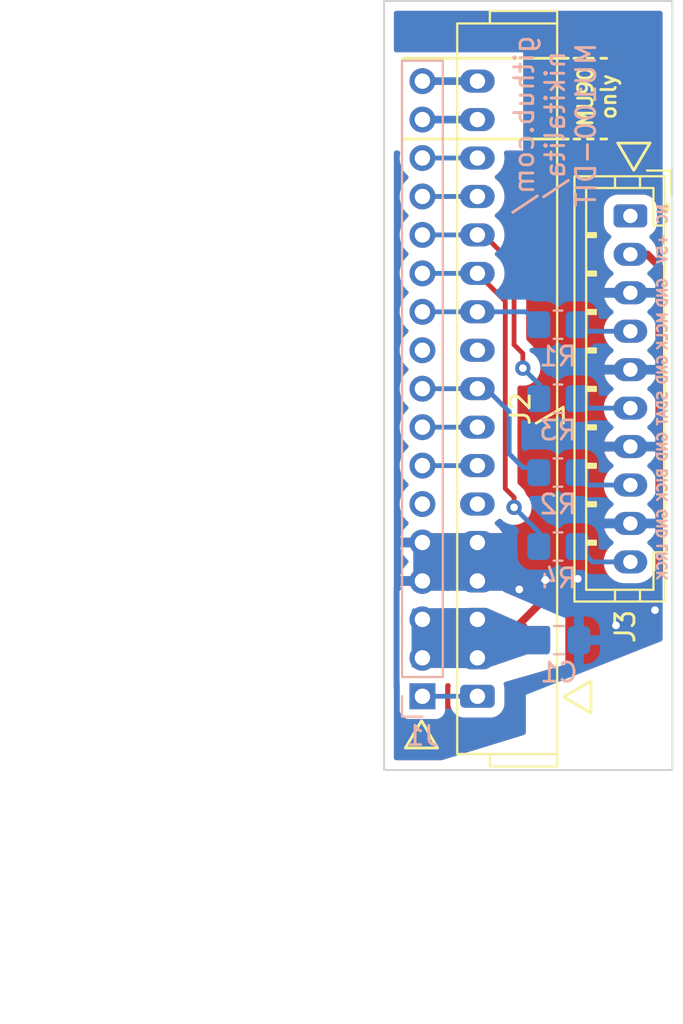
<source format=kicad_pcb>
(kicad_pcb (version 20211014) (generator pcbnew)
  (layers (0 "F.Cu" signal) (31 "B.Cu" signal) (34 "B.Paste" user) (35 "F.Paste" user) (36 "B.SilkS" user "B.Silkscreen") (37 "F.SilkS" user "F.Silkscreen") (38 "B.Mask" user) (39 "F.Mask" user) (44 "Edge.Cuts" user))
  (net 0 "")
  (net 1 "+5V")
  (net 2 "GND")
  (net 3 "/RER")
  (net 5 "/MEL00")
  (net 6 "/SYOD")
  (net 7 "/QCLK")
  (net 9 "/CK256")
  (net 10 "/WCLK")
  (net 11 "/DACOL")
  (net 12 "/REA")
  (net 13 "/REB")
  (net 14 "GNDA")
  (net 15 "+9VA")
  (net 18 "/MCLK")
  (net 19 "/SDAT")
  (net 20 "/BICK")
  (net 21 "/LRCK")
  (footprint "Connector_JST:JST_PH_B10B-PH-K_1x10_P2.00mm_Vertical" (layer "F.Cu") (at 89.956 52.48 -90)
    (fp_text reference "J3" (at 21.358 0.27 90) (layer "F.SilkS"))
    (fp_text value "Conn_01x10_Female")
    (fp_line (start 2.9 1.8) (end 3.1 1.8) (layer "F.SilkS") (width 0.12))
    (fp_line (start 7 2.3) (end 7 1.8) (layer "F.SilkS") (width 0.12))
    (fp_line (start -1.45 2.3) (end 19.45 2.3) (layer "F.SilkS") (width 0.12))
    (fp_line (start 12.9 1.8) (end 13.1 1.8) (layer "F.SilkS") (width 0.12))
    (fp_line (start 0.9 1.8) (end 1.1 1.8) (layer "F.SilkS") (width 0.12))
    (fp_line (start 4.9 1.8) (end 5.1 1.8) (layer "F.SilkS") (width 0.12))
    (fp_line (start 15.1 1.8) (end 15.1 2.3) (layer "F.SilkS") (width 0.12))
    (fp_line (start -2.36 -2.11) (end -2.36 -0.86) (layer "F.SilkS") (width 0.12))
    (fp_line (start 16.9 1.8) (end 17.1 1.8) (layer "F.SilkS") (width 0.12))
    (fp_line (start 13 2.3) (end 13 1.8) (layer "F.SilkS") (width 0.12))
    (fp_line (start 0.5 -1.81) (end 0.5 -1.2) (layer "F.SilkS") (width 0.12))
    (fp_line (start -2.06 2.91) (end 20.06 2.91) (layer "F.SilkS") (width 0.12))
    (fp_line (start 19.45 -1.2) (end 17.5 -1.2) (layer "F.SilkS") (width 0.12))
    (fp_line (start 1 2.3) (end 1 1.8) (layer "F.SilkS") (width 0.12))
    (fp_line (start -1.11 -2.11) (end -2.36 -2.11) (layer "F.SilkS") (width 0.12))
    (fp_line (start -0.3 -1.81) (end -0.3 -2.01) (layer "F.SilkS") (width 0.12))
    (fp_line (start 4.9 2.3) (end 4.9 1.8) (layer "F.SilkS") (width 0.12))
    (fp_line (start 14.9 1.8) (end 15.1 1.8) (layer "F.SilkS") (width 0.12))
    (fp_line (start 3.1 1.8) (end 3.1 2.3) (layer "F.SilkS") (width 0.12))
    (fp_line (start 0.9 2.3) (end 0.9 1.8) (layer "F.SilkS") (width 0.12))
    (fp_line (start 17.5 -1.2) (end 17.5 -1.81) (layer "F.SilkS") (width 0.12))
    (fp_line (start 11.1 1.8) (end 11.1 2.3) (layer "F.SilkS") (width 0.12))
    (fp_line (start 8.9 2.3) (end 8.9 1.8) (layer "F.SilkS") (width 0.12))
    (fp_line (start -2.06 -1.81) (end -2.06 2.91) (layer "F.SilkS") (width 0.12))
    (fp_line (start 7.1 1.8) (end 7.1 2.3) (layer "F.SilkS") (width 0.12))
    (fp_line (start 12.9 2.3) (end 12.9 1.8) (layer "F.SilkS") (width 0.12))
    (fp_line (start 11 2.3) (end 11 1.8) (layer "F.SilkS") (width 0.12))
    (fp_line (start 0.5 -1.2) (end -1.45 -1.2) (layer "F.SilkS") (width 0.12))
    (fp_line (start 20.06 -0.5) (end 19.45 -0.5) (layer "F.SilkS") (width 0.12))
    (fp_line (start -0.3 -2.01) (end -0.6 -2.01) (layer "F.SilkS") (width 0.12))
    (fp_line (start 17.1 1.8) (end 17.1 2.3) (layer "F.SilkS") (width 0.12))
    (fp_line (start 6.9 1.8) (end 7.1 1.8) (layer "F.SilkS") (width 0.12))
    (fp_line (start 20.06 0.8) (end 19.45 0.8) (layer "F.SilkS") (width 0.12))
    (fp_line (start 10.9 2.3) (end 10.9 1.8) (layer "F.SilkS") (width 0.12))
    (fp_line (start 3 2.3) (end 3 1.8) (layer "F.SilkS") (width 0.12))
    (fp_line (start 1.1 1.8) (end 1.1 2.3) (layer "F.SilkS") (width 0.12))
    (fp_line (start -0.3 -1.91) (end -0.6 -1.91) (layer "F.SilkS") (width 0.12))
    (fp_line (start 19.45 2.3) (end 19.45 -1.2) (layer "F.SilkS") (width 0.12))
    (fp_line (start -2.06 -0.5) (end -1.45 -0.5) (layer "F.SilkS") (width 0.12))
    (fp_line (start 13.1 1.8) (end 13.1 2.3) (layer "F.SilkS") (width 0.12))
    (fp_line (start 6.9 2.3) (end 6.9 1.8) (layer "F.SilkS") (width 0.12))
    (fp_line (start 20.06 -1.81) (end -2.06 -1.81) (layer "F.SilkS") (width 0.12))
    (fp_line (start -1.45 -1.2) (end -1.45 2.3) (layer "F.SilkS") (width 0.12))
    (fp_line (start 15 2.3) (end 15 1.8) (layer "F.SilkS") (width 0.12))
    (fp_line (start -0.6 -2.01) (end -0.6 -1.81) (layer "F.SilkS") (width 0.12))
    (fp_line (start 17 2.3) (end 17 1.8) (layer "F.SilkS") (width 0.12))
    (fp_line (start 10.9 1.8) (end 11.1 1.8) (layer "F.SilkS") (width 0.12))
    (fp_line (start 5 2.3) (end 5 1.8) (layer "F.SilkS") (width 0.12))
    (fp_line (start 2.9 2.3) (end 2.9 1.8) (layer "F.SilkS") (width 0.12))
    (fp_line (start 8.9 1.8) (end 9.1 1.8) (layer "F.SilkS") (width 0.12))
    (fp_line (start 9 2.3) (end 9 1.8) (layer "F.SilkS") (width 0.12))
    (fp_line (start -2.06 0.8) (end -1.45 0.8) (layer "F.SilkS") (width 0.12))
    (fp_line (start 14.9 2.3) (end 14.9 1.8) (layer "F.SilkS") (width 0.12))
    (fp_line (start 16.9 2.3) (end 16.9 1.8) (layer "F.SilkS") (width 0.12))
    (fp_line (start 20.06 2.91) (end 20.06 -1.81) (layer "F.SilkS") (width 0.12))
    (fp_line (start 9.1 1.8) (end 9.1 2.3) (layer "F.SilkS") (width 0.12))
    (fp_line (start 5.1 1.8) (end 5.1 2.3) (layer "F.SilkS") (width 0.12))
    (pad "1" thru_hole roundrect (at 0 0 270) (size 1.2 1.75) (drill 0.75) (layers *.Cu *.Mask) (roundrect_rratio 0.2083333333))
    (pad "2" thru_hole oval (at 2 0 270) (size 1.2 1.75) (drill 0.75) (layers *.Cu *.Mask) (net 1 "+5V"))
    (pad "3" thru_hole oval (at 4 0 270) (size 1.2 1.75) (drill 0.75) (layers *.Cu *.Mask) (net 2 "GND"))
    (pad "4" thru_hole oval (at 6 0 270) (size 1.2 1.75) (drill 0.75) (layers *.Cu *.Mask) (net 18 "/MCLK"))
    (pad "5" thru_hole oval (at 8 0 270) (size 1.2 1.75) (drill 0.75) (layers *.Cu *.Mask) (net 2 "GND"))
    (pad "6" thru_hole oval (at 10 0 270) (size 1.2 1.75) (drill 0.75) (layers *.Cu *.Mask) (net 19 "/SDAT"))
    (pad "7" thru_hole oval (at 12 0 270) (size 1.2 1.75) (drill 0.75) (layers *.Cu *.Mask) (net 2 "GND"))
    (pad "8" thru_hole oval (at 14 0 270) (size 1.2 1.75) (drill 0.75) (layers *.Cu *.Mask) (net 20 "/BICK"))
    (pad "9" thru_hole oval (at 16 0 270) (size 1.2 1.75) (drill 0.75) (layers *.Cu *.Mask) (net 2 "GND"))
    (pad "10" thru_hole oval (at 18 0 270) (size 1.2 1.75) (drill 0.75) (layers *.Cu *.Mask) (net 21 "/LRCK"))
  )
  (footprint "footprints:Molex_Wire-Trap_52147-1710_1x17_P2.00mm_Vertical" (layer "F.Cu") (at 81.996 77.47 90)
    (fp_text reference "J2" (at 14.96 2.24 90) (layer "F.SilkS"))
    (fp_text value "Conn_01x17")
    (fp_line (start 35.65 0.65) (end 35 0.65) (layer "F.SilkS") (width 0.12))
    (fp_line (start 35.65 4.15) (end 35 4.15) (layer "F.SilkS") (width 0.12))
    (fp_line (start -3.65 4.15) (end -3.65 0.65) (layer "F.SilkS") (width 0.12))
    (fp_line (start 35.65 4.15) (end 35.65 0.65) (layer "F.SilkS") (width 0.12))
    (fp_line (start -3 4.15) (end -3.65 4.15) (layer "F.SilkS") (width 0.12))
    (fp_line (start -3.65 0.65) (end -3 0.65) (layer "F.SilkS") (width 0.12))
    (fp_rect (start -3 4.15) (end 35 -1.05) (layer "F.SilkS") (width 0.12) (fill none))
    (pad "1" thru_hole roundrect (at 0 0 90) (size 1.2 1.8) (drill 0.8) (layers *.Cu *.Mask) (roundrect_rratio 0.2083333333) (net 3 "/RER"))
    (pad "2" thru_hole oval (at 2 0 90) (size 1.2 1.8) (drill 0.8) (layers *.Cu *.Mask) (net 1 "+5V"))
    (pad "3" thru_hole oval (at 4 0 90) (size 1.2 1.8) (drill 0.8) (layers *.Cu *.Mask) (net 1 "+5V"))
    (pad "4" thru_hole oval (at 6 0 90) (size 1.2 1.8) (drill 0.8) (layers *.Cu *.Mask) (net 2 "GND"))
    (pad "5" thru_hole oval (at 8 0 90) (size 1.2 1.8) (drill 0.8) (layers *.Cu *.Mask) (net 2 "GND"))
    (pad "6" thru_hole oval (at 10 0 90) (size 1.2 1.8) (drill 0.8) (layers *.Cu *.Mask))
    (pad "7" thru_hole oval (at 12 0 90) (size 1.2 1.8) (drill 0.8) (layers *.Cu *.Mask) (net 5 "/MEL00"))
    (pad "8" thru_hole oval (at 14 0 90) (size 1.2 1.8) (drill 0.8) (layers *.Cu *.Mask) (net 6 "/SYOD"))
    (pad "9" thru_hole oval (at 16 0 90) (size 1.2 1.8) (drill 0.8) (layers *.Cu *.Mask) (net 7 "/QCLK"))
    (pad "10" thru_hole oval (at 18 0 90) (size 1.2 1.8) (drill 0.8) (layers *.Cu *.Mask))
    (pad "11" thru_hole oval (at 20 0 90) (size 1.2 1.8) (drill 0.8) (layers *.Cu *.Mask) (net 9 "/CK256"))
    (pad "12" thru_hole oval (at 22 0 90) (size 1.2 1.8) (drill 0.8) (layers *.Cu *.Mask) (net 10 "/WCLK"))
    (pad "13" thru_hole oval (at 24 0 90) (size 1.2 1.8) (drill 0.8) (layers *.Cu *.Mask) (net 11 "/DACOL"))
    (pad "14" thru_hole oval (at 26 0 90) (size 1.2 1.8) (drill 0.8) (layers *.Cu *.Mask) (net 12 "/REA"))
    (pad "15" thru_hole oval (at 28 0 90) (size 1.2 1.8) (drill 0.8) (layers *.Cu *.Mask) (net 13 "/REB"))
    (pad "16" thru_hole oval (at 30 0 90) (size 1.2 1.8) (drill 0.8) (layers *.Cu *.Mask) (net 14 "GNDA"))
    (pad "17" thru_hole oval (at 32 0 90) (size 1.2 1.8) (drill 0.8) (layers *.Cu *.Mask) (net 15 "+9VA"))
  )
  (footprint "Resistor_SMD:R_0805_2012Metric_Pad1.20x1.40mm_HandSolder" (layer "B.Cu") (at 86.19 58.14)
    (fp_text reference "R1" (at 0 1.65) (layer "B.SilkS") (effects (justify mirror)))
    (fp_text value "47")
    (fp_line (start -0.227064 -0.735) (end 0.227064 -0.735) (layer "B.SilkS") (width 0.12))
    (fp_line (start -0.227064 0.735) (end 0.227064 0.735) (layer "B.SilkS") (width 0.12))
    (pad "1" smd roundrect (at -1 0) (size 1.2 1.4) (layers "B.Cu" "B.Paste" "B.Mask") (roundrect_rratio 0.2083333333) (net 9 "/CK256"))
    (pad "2" smd roundrect (at 1 0) (size 1.2 1.4) (layers "B.Cu" "B.Paste" "B.Mask") (roundrect_rratio 0.2083333333) (net 18 "/MCLK"))
  )
  (footprint "Connector_PinHeader_2.00mm:PinHeader_1x17_P2.00mm_Vertical" (layer "B.Cu") (at 79.136 77.47)
    (fp_text reference "J1" (at 0 2.06) (layer "B.SilkS") (effects (justify mirror)))
    (fp_text value "Conn_01x17_Male")
    (fp_line (start 1.06 -1) (end 1.06 -33.06) (layer "B.SilkS") (width 0.12))
    (fp_line (start -1.06 0) (end -1.06 1.06) (layer "B.SilkS") (width 0.12))
    (fp_line (start -1.06 -1) (end -1.06 -33.06) (layer "B.SilkS") (width 0.12))
    (fp_line (start -1.06 -33.06) (end 1.06 -33.06) (layer "B.SilkS") (width 0.12))
    (fp_line (start -1.06 1.06) (end 0 1.06) (layer "B.SilkS") (width 0.12))
    (fp_line (start -1.06 -1) (end 1.06 -1) (layer "B.SilkS") (width 0.12))
    (pad "1" thru_hole rect (at 0 0) (size 1.35 1.35) (drill 0.8) (layers *.Cu *.Mask) (net 3 "/RER"))
    (pad "2" thru_hole oval (at 0 -2) (size 1.35 1.35) (drill 0.8) (layers *.Cu *.Mask) (net 1 "+5V"))
    (pad "3" thru_hole oval (at 0 -4) (size 1.35 1.35) (drill 0.8) (layers *.Cu *.Mask) (net 1 "+5V"))
    (pad "4" thru_hole oval (at 0 -6) (size 1.35 1.35) (drill 0.8) (layers *.Cu *.Mask) (net 2 "GND"))
    (pad "5" thru_hole oval (at 0 -8) (size 1.35 1.35) (drill 0.8) (layers *.Cu *.Mask) (net 2 "GND"))
    (pad "6" thru_hole oval (at 0 -10) (size 1.35 1.35) (drill 0.8) (layers *.Cu *.Mask))
    (pad "7" thru_hole oval (at 0 -12) (size 1.35 1.35) (drill 0.8) (layers *.Cu *.Mask) (net 5 "/MEL00"))
    (pad "8" thru_hole oval (at 0 -14) (size 1.35 1.35) (drill 0.8) (layers *.Cu *.Mask) (net 6 "/SYOD"))
    (pad "9" thru_hole oval (at 0 -16) (size 1.35 1.35) (drill 0.8) (layers *.Cu *.Mask) (net 7 "/QCLK"))
    (pad "10" thru_hole oval (at 0 -18) (size 1.35 1.35) (drill 0.8) (layers *.Cu *.Mask))
    (pad "11" thru_hole oval (at 0 -20) (size 1.35 1.35) (drill 0.8) (layers *.Cu *.Mask) (net 9 "/CK256"))
    (pad "12" thru_hole oval (at 0 -22) (size 1.35 1.35) (drill 0.8) (layers *.Cu *.Mask) (net 10 "/WCLK"))
    (pad "13" thru_hole oval (at 0 -24) (size 1.35 1.35) (drill 0.8) (layers *.Cu *.Mask) (net 11 "/DACOL"))
    (pad "14" thru_hole oval (at 0 -26) (size 1.35 1.35) (drill 0.8) (layers *.Cu *.Mask) (net 12 "/REA"))
    (pad "15" thru_hole oval (at 0 -28) (size 1.35 1.35) (drill 0.8) (layers *.Cu *.Mask) (net 13 "/REB"))
    (pad "16" thru_hole oval (at 0 -30) (size 1.35 1.35) (drill 0.8) (layers *.Cu *.Mask) (net 14 "GNDA"))
    (pad "17" thru_hole oval (at 0 -32) (size 1.35 1.35) (drill 0.8) (layers *.Cu *.Mask) (net 15 "+9VA"))
  )
  (footprint "Resistor_SMD:R_0805_2012Metric_Pad1.20x1.40mm_HandSolder" (layer "B.Cu") (at 86.19 61.986668)
    (fp_text reference "R3" (at 0 1.65) (layer "B.SilkS") (effects (justify mirror)))
    (fp_text value "47")
    (fp_line (start -0.227064 -0.735) (end 0.227064 -0.735) (layer "B.SilkS") (width 0.12))
    (fp_line (start -0.227064 0.735) (end 0.227064 0.735) (layer "B.SilkS") (width 0.12))
    (pad "1" smd roundrect (at -1 0) (size 1.2 1.4) (layers "B.Cu" "B.Paste" "B.Mask") (roundrect_rratio 0.2083333333) (net 11 "/DACOL"))
    (pad "2" smd roundrect (at 1 0) (size 1.2 1.4) (layers "B.Cu" "B.Paste" "B.Mask") (roundrect_rratio 0.2083333333) (net 19 "/SDAT"))
  )
  (footprint "Capacitor_SMD:C_0805_2012Metric_Pad1.18x1.45mm_HandSolder" (layer "B.Cu") (at 86.24 74.5492)
    (fp_text reference "C1" (at 0 1.68) (layer "B.SilkS") (effects (justify mirror)))
    (fp_text value "0.1u/35V")
    (fp_line (start -0.261252 0.735) (end 0.261252 0.735) (layer "B.SilkS") (width 0.12))
    (fp_line (start -0.261252 -0.735) (end 0.261252 -0.735) (layer "B.SilkS") (width 0.12))
    (pad "1" smd roundrect (at -1.0375 0) (size 1.175 1.45) (layers "B.Cu" "B.Paste" "B.Mask") (roundrect_rratio 0.2127659574) (net 1 "+5V"))
    (pad "2" smd roundrect (at 1.0375 0) (size 1.175 1.45) (layers "B.Cu" "B.Paste" "B.Mask") (roundrect_rratio 0.2127659574) (net 2 "GND"))
  )
  (footprint "Resistor_SMD:R_0805_2012Metric_Pad1.20x1.40mm_HandSolder" (layer "B.Cu") (at 86.19 65.833334)
    (fp_text reference "R2" (at 0 1.65) (layer "B.SilkS") (effects (justify mirror)))
    (fp_text value "47")
    (fp_line (start -0.227064 0.735) (end 0.227064 0.735) (layer "B.SilkS") (width 0.12))
    (fp_line (start -0.227064 -0.735) (end 0.227064 -0.735) (layer "B.SilkS") (width 0.12))
    (pad "1" smd roundrect (at -1 0) (size 1.2 1.4) (layers "B.Cu" "B.Paste" "B.Mask") (roundrect_rratio 0.2083333333) (net 7 "/QCLK"))
    (pad "2" smd roundrect (at 1 0) (size 1.2 1.4) (layers "B.Cu" "B.Paste" "B.Mask") (roundrect_rratio 0.2083333333) (net 20 "/BICK"))
  )
  (footprint "Resistor_SMD:R_0805_2012Metric_Pad1.20x1.40mm_HandSolder" (layer "B.Cu") (at 86.19 69.68)
    (fp_text reference "R4" (at 0 1.65) (layer "B.SilkS") (effects (justify mirror)))
    (fp_text value "47")
    (fp_line (start -0.227064 0.735) (end 0.227064 0.735) (layer "B.SilkS") (width 0.12))
    (fp_line (start -0.227064 -0.735) (end 0.227064 -0.735) (layer "B.SilkS") (width 0.12))
    (pad "1" smd roundrect (at -1 0) (size 1.2 1.4) (layers "B.Cu" "B.Paste" "B.Mask") (roundrect_rratio 0.2083333333) (net 10 "/WCLK"))
    (pad "2" smd roundrect (at 1 0) (size 1.2 1.4) (layers "B.Cu" "B.Paste" "B.Mask") (roundrect_rratio 0.2083333333) (net 21 "/LRCK"))
  )
  (gr_line (start 78.251 80.16) (end 79.081 80.16) (layer "F.SilkS") (width 0.15))
  (gr_line (start 79.916 80.15) (end 79.096 78.75) (layer "F.SilkS") (width 0.15))
  (gr_line (start 79.096 80.16) (end 79.926 80.16) (layer "F.SilkS") (width 0.15))
  (gr_line (start 87.023 44.2812) (end 87.323 44.2812) (layer "F.SilkS") (width 0.15))
  (gr_line (start 78.123 48.4812) (end 86.723 48.4812) (layer "F.SilkS") (width 0.15))
  (gr_line (start 90.972 48.6932) (end 90.142 48.6932) (layer "F.SilkS") (width 0.15))
  (gr_line (start 89.307 48.7032) (end 90.127 50.1032) (layer "F.SilkS") (width 0.15))
  (gr_line (start 87.723 44.2812) (end 88.023 44.2812) (layer "F.SilkS") (width 0.15))
  (gr_line (start 88.423 44.2812) (end 88.723 44.2812) (layer "F.SilkS") (width 0.15))
  (gr_line (start 87.896 76.68) (end 86.496 77.5) (layer "F.SilkS") (width 0.15))
  (gr_line (start 87.906 77.5) (end 87.906 76.67) (layer "F.SilkS") (width 0.15))
  (gr_line (start 79.066 78.78) (end 78.251 80.16) (layer "F.SilkS") (width 0.15))
  (gr_line (start 90.127 48.6932) (end 89.297 48.6932) (layer "F.SilkS") (width 0.15))
  (gr_line (start 78.123 44.2812) (end 86.723 44.2812) (layer "F.SilkS") (width 0.15))
  (gr_line (start 87.906 78.345) (end 87.906 77.515) (layer "F.SilkS") (width 0.15))
  (gr_line (start 86.526 77.53) (end 87.906 78.345) (layer "F.SilkS") (width 0.15))
  (gr_line (start 86.466 63.26) (end 86.466 62.43) (layer "F.SilkS") (width 0.15))
  (gr_line (start 86.456 62.44) (end 85.056 63.26) (layer "F.SilkS") (width 0.15))
  (gr_line (start 87.723 48.4812) (end 88.023 48.4812) (layer "F.SilkS") (width 0.15))
  (gr_line (start 90.157 50.0732) (end 90.972 48.6932) (layer "F.SilkS") (width 0.15))
  (gr_line (start 88.423 48.4812) (end 88.723 48.4812) (layer "F.SilkS") (width 0.15))
  (gr_line (start 87.023 48.4812) (end 87.323 48.4812) (layer "F.SilkS") (width 0.15))
  (gr_rect (start 77.141 81.305) (end 92.141 41.305) (layer "Edge.Cuts") (width 0.1) (fill none))
  (gr_text "+5V" (at 91.623 54.1812 90) (layer "B.SilkS") (effects (font (size 0.5 0.5)) (justify mirror)))
  (gr_text "github.com/\nnikitalita/\nMU100-DIT" (at 86.036 47.75 90) (layer "B.SilkS") (effects (font (size 1 1)) (justify mirror)))
  (gr_text "GND" (at 91.623 56.4812 90) (layer "B.SilkS") (effects (font (size 0.5 0.5)) (justify mirror)))
  (gr_text "GND" (at 91.623 68.4812 90) (layer "B.SilkS") (effects (font (size 0.5 0.5)) (justify mirror)))
  (gr_text "LRCK" (at 91.623 70.4812 90) (layer "B.SilkS") (effects (font (size 0.5 0.5)) (justify mirror)))
  (gr_text "GND" (at 91.623 64.4812 90) (layer "B.SilkS") (effects (font (size 0.5 0.5)) (justify mirror)))
  (gr_text "MCLK" (at 91.623 58.4812 90) (layer "B.SilkS") (effects (font (size 0.5 0.5)) (justify mirror)))
  (gr_text "SDAT" (at 91.623 62.4812 90) (layer "B.SilkS") (effects (font (size 0.5 0.5)) (justify mirror)))
  (gr_text "GND" (at 91.623 60.4812 90) (layer "B.SilkS") (effects (font (size 0.5 0.5)) (justify mirror)))
  (gr_text "NC" (at 91.623 52.3812 90) (layer "B.SilkS") (effects (font (size 0.5 0.5) (thickness 0.125)) (justify mirror)))
  (gr_text "BICK" (at 91.623 66.4812 90) (layer "B.SilkS") (effects (font (size 0.5 0.5)) (justify mirror)))
  (gr_text "MU90\nonly" (at 88.223 46.2812 90) (layer "F.SilkS") (effects (font (size 0.75 0.75))))
  (segment (start 82.8054 75.47) (end 84.412 73.8634) (width 0.4) (layer "F.Cu") (net 1))
  (segment (start 81.996 73.47) (end 83.1006 74.5746) (width 0.4) (layer "F.Cu") (net 1))
  (segment (start 81.996 75.47) (end 82.8054 75.47) (width 0.4) (layer "F.Cu") (net 1))
  (segment (start 83.3198 74.5746) (end 85.3264 72.568) (width 0.4) (layer "F.Cu") (net 1))
  (segment (start 91.45648 71.13692) (end 91.45648 55.10148) (width 0.4) (layer "F.Cu") (net 1))
  (segment (start 90.0254 72.568) (end 91.45648 71.13692) (width 0.4) (layer "F.Cu") (net 1))
  (segment (start 83.1006 74.5746) (end 83.3198 74.5746) (width 0.4) (layer "F.Cu") (net 1))
  (segment (start 82.3894 73.8634) (end 81.996 73.47) (width 0.4) (layer "F.Cu") (net 1))
  (segment (start 90.835 54.48) (end 89.956 54.48) (width 0.4) (layer "F.Cu") (net 1))
  (segment (start 85.3264 72.568) (end 90.0254 72.568) (width 0.4) (layer "F.Cu") (net 1))
  (segment (start 91.45648 55.10148) (end 90.835 54.48) (width 0.4) (layer "F.Cu") (net 1))
  (segment (start 81.996 75.47) (end 82.006 75.48) (width 0.4) (layer "F.Cu") (net 1))
  (segment (start 84.412 73.8634) (end 82.3894 73.8634) (width 0.4) (layer "F.Cu") (net 1))
  (segment (start 81.996 73.47) (end 83.0752 74.5492) (width 0.4) (layer "B.Cu") (net 1))
  (segment (start 82.466 73.72) (end 83.2952 74.5492) (width 0.4) (layer "B.Cu") (net 1))
  (segment (start 79.136 75.47) (end 79.136 73.47) (width 0.4) (layer "B.Cu") (net 1))
  (segment (start 83.2952 74.5492) (end 85.2025 74.5492) (width 0.4) (layer "B.Cu") (net 1))
  (segment (start 79.136 73.47) (end 81.996 73.47) (width 0.4) (layer "B.Cu") (net 1))
  (segment (start 83.0752 74.5492) (end 85.2025 74.5492) (width 0.4) (layer "B.Cu") (net 1))
  (segment (start 79.136 75.47) (end 81.996 75.47) (width 0.4) (layer "B.Cu") (net 1))
  (via (at 91.236 72.99) (size 0.8) (drill 0.4) (layers "F.Cu" "B.Cu") (net 2))
  (via (at 89.206 73.78) (size 0.8) (drill 0.4) (layers "F.Cu" "B.Cu") (net 2))
  (via (at 84.176 71.91) (size 0.8) (drill 0.4) (layers "F.Cu" "B.Cu") (net 2))
  (via (at 85.536 71.42) (size 0.8) (drill 0.4) (layers "F.Cu" "B.Cu") (net 2))
  (via (at 87.216 71.36) (size 0.8) (drill 0.4) (layers "F.Cu" "B.Cu") (net 2))
  (segment (start 82.1796 71.6536) (end 81.996 71.47) (width 0.4) (layer "B.Cu") (net 2))
  (segment (start 79.136 77.47) (end 81.996 77.47) (width 0.25) (layer "B.Cu") (net 3))
  (segment (start 79.136 65.47) (end 81.996 65.47) (width 0.25) (layer "B.Cu") (net 5))
  (segment (start 79.136 63.47) (end 81.996 63.47) (width 0.25) (layer "B.Cu") (net 6))
  (segment (start 84.365 65.57) (end 85.22 65.57) (width 0.25) (layer "B.Cu") (net 7))
  (segment (start 82.458 61.47) (end 83.65 62.662) (width 0.25) (layer "B.Cu") (net 7))
  (segment (start 83.65 62.662) (end 83.65 64.855) (width 0.25) (layer "B.Cu") (net 7))
  (segment (start 81.996 61.47) (end 82.458 61.47) (width 0.25) (layer "B.Cu") (net 7))
  (segment (start 83.65 64.855) (end 84.365 65.57) (width 0.25) (layer "B.Cu") (net 7))
  (segment (start 79.136 61.47) (end 81.996 61.47) (width 0.25) (layer "B.Cu") (net 7))
  (segment (start 84.52 57.47) (end 85.19 58.14) (width 0.25) (layer "B.Cu") (net 9))
  (segment (start 81.996 57.47) (end 81.696 57.47) (width 0.25) (layer "B.Cu") (net 9))
  (segment (start 81.996 57.47) (end 79.136 57.47) (width 0.25) (layer "B.Cu") (net 9))
  (segment (start 81.996 57.47) (end 84.52 57.47) (width 0.25) (layer "B.Cu") (net 9))
  (segment (start 83.904 67.6404) (end 83.904 67.118) (width 0.25) (layer "F.Cu") (net 10))
  (segment (start 83.4468 56.9208) (end 81.996 55.47) (width 0.25) (layer "F.Cu") (net 10))
  (segment (start 83.904 67.118) (end 83.4468 66.6608) (width 0.25) (layer "F.Cu") (net 10))
  (segment (start 83.4468 66.6608) (end 83.4468 56.9208) (width 0.25) (layer "F.Cu") (net 10))
  (via (at 83.904 67.6404) (size 0.8) (drill 0.4) (layers "F.Cu" "B.Cu") (net 10))
  (segment (start 85.21 68.9464) (end 85.21 69.68) (width 0.25) (layer "B.Cu") (net 10))
  (segment (start 79.136 55.47) (end 81.996 55.47) (width 0.25) (layer "B.Cu") (net 10))
  (segment (start 83.904 67.6404) (end 85.21 68.9464) (width 0.25) (layer "B.Cu") (net 10))
  (segment (start 84.3612 59.6394) (end 83.904 59.1822) (width 0.25) (layer "F.Cu") (net 11))
  (segment (start 84.3612 60.4014) (end 84.3612 59.6394) (width 0.25) (layer "F.Cu") (net 11))
  (segment (start 83.904 59.1822) (end 83.904 55.042) (width 0.25) (layer "F.Cu") (net 11))
  (segment (start 83.904 55.042) (end 82.332 53.47) (width 0.25) (layer "F.Cu") (net 11))
  (segment (start 82.332 53.47) (end 81.996 53.47) (width 0.25) (layer "F.Cu") (net 11))
  (via (at 84.3612 60.4014) (size 0.8) (drill 0.4) (layers "F.Cu" "B.Cu") (net 11))
  (segment (start 84.3612 60.4014) (end 85.25 61.2902) (width 0.25) (layer "B.Cu") (net 11))
  (segment (start 79.136 53.47) (end 81.996 53.47) (width 0.25) (layer "B.Cu") (net 11))
  (segment (start 85.25 61.2902) (end 85.25 62.35) (width 0.25) (layer "B.Cu") (net 11))
  (segment (start 79.136 51.47) (end 81.996 51.47) (width 0.25) (layer "B.Cu") (net 12))
  (segment (start 79.136 49.47) (end 81.996 49.47) (width 0.25) (layer "B.Cu") (net 13))
  (segment (start 79.136 47.47) (end 81.996 47.47) (width 0.4) (layer "B.Cu") (net 14))
  (segment (start 79.136 45.47) (end 81.996 45.47) (width 0.4) (layer "B.Cu") (net 15))
  (segment (start 87.156 58.48) (end 89.606 58.48) (width 0.25) (layer "B.Cu") (net 18))
  (segment (start 86.816 58.14) (end 87.156 58.48) (width 0.25) (layer "B.Cu") (net 18))
  (segment (start 87.006 62.48) (end 89.606 62.48) (width 0.25) (layer "B.Cu") (net 19))
  (segment (start 86.876 62.35) (end 87.006 62.48) (width 0.25) (layer "B.Cu") (net 19))
  (segment (start 87.756 66.48) (end 89.606 66.48) (width 0.25) (layer "B.Cu") (net 20))
  (segment (start 86.846 65.57) (end 87.756 66.48) (width 0.25) (layer "B.Cu") (net 20))
  (segment (start 87.19 69.68) (end 87.99 70.48) (width 0.25) (layer "B.Cu") (net 21))
  (segment (start 87.99 70.48) (end 89.606 70.48) (width 0.25) (layer "B.Cu") (net 21))
  (segment (start 86.836 69.68) (end 86.836 69.875) (width 0.25) (layer "B.Cu") (net 21))
  (zone (net 2) (net_name "GND") (layers F&B.Cu) (connect_pads yes (clearance 0.508)) (min_thickness 0.254) (fill yes (thermal_gap 0.508) (thermal_bridge_width 0.508))
    (polygon (pts (xy 83.466 68.98) (xy 83.466 71.98) (xy 78.666 71.98) (xy 78.666 68.98)))
  )
  (zone (net 0) (net_name "") (layers F&B.Cu) (connect_pads (clearance 0)) (min_thickness 0.254)
    (keepout (tracks allowed) (vias allowed) (pads allowed) (copperpour not_allowed) (footprints allowed))
    (fill (thermal_gap 0.508) (thermal_bridge_width 0.508))
    (polygon (pts (xy 82.091 44.78) (xy 81.941 68.985) (xy 78.741 68.985) (xy 78.516 44.805)))
  )
  (zone (net 2) (net_name "GND") (layers F&B.Cu) (connect_pads (clearance 0.508)) (min_thickness 0.254) (fill yes (thermal_gap 0.508) (thermal_bridge_width 0.508))
    (polygon (pts (xy 92.7178 41.2498) (xy 92.206 74.35) (xy 84.5136 77.394) (xy 84.5136 79.4514) (xy 77.1476 81.712) (xy 77.1984 76.7844) (xy 83.2182 76.7844) (xy 86.571 75.8192) (xy 86.571 73.4062) (xy 83.2436 71.9838) (xy 77.1476 71.9838) (xy 77.1476 41.2752)))
  )
  (zone (net 0) (net_name "") (layers F&B.Cu) (connect_pads (clearance 0)) (min_thickness 0.254)
    (keepout (tracks allowed) (vias allowed) (pads allowed) (copperpour not_allowed) (footprints allowed))
    (fill (thermal_gap 0.508) (thermal_bridge_width 0.508))
    (polygon (pts (xy 84.3794 43.9706) (xy 84.3794 49.08) (xy 77.666 49.08) (xy 77.666 43.9706)))
  )
  (zone (net 1) (net_name "+5V") (layers F&B.Cu) (connect_pads yes (clearance 0.508)) (min_thickness 0.254) (fill yes (thermal_gap 0.508) (thermal_bridge_width 0.508))
    (polygon (pts (xy 82.4816 72.8728) (xy 84.6152 73.8126) (xy 85.7836 73.8126) (xy 85.7582 75.2858) (xy 84.5898 75.2858) (xy 82.456588 76.011156) (xy 78.570388 75.986845) (xy 78.576 72.8982)))
  )
  (zone (net 2) (net_name "GND") (layers F&B.Cu) (connect_pads (clearance 0)) (min_thickness 0.254) (fill yes (thermal_gap 0.508) (thermal_bridge_width 0.508))
    (polygon (pts (xy 77.946 71.8) (xy 77.946 77.08) (xy 77.168 77.08) (xy 77.168 71.8)))
  )
)
</source>
